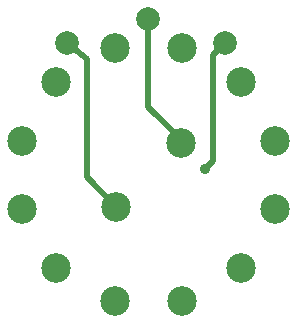
<source format=gtl>
G04 #@! TF.FileFunction,Copper,L1,Top,Signal*
%FSLAX46Y46*%
G04 Gerber Fmt 4.6, Leading zero omitted, Abs format (unit mm)*
G04 Created by KiCad (PCBNEW (2014-10-31 BZR 5247)-product) date lun. 03 nov. 2014 19:37:52 CET*
%MOMM*%
G01*
G04 APERTURE LIST*
%ADD10C,0.100000*%
%ADD11C,2.000000*%
%ADD12C,2.500000*%
%ADD13C,0.889000*%
%ADD14C,0.508000*%
G04 APERTURE END LIST*
D10*
D11*
X168402000Y-70104000D03*
X175260000Y-68072000D03*
X181737000Y-70104000D03*
D12*
X178132891Y-92001776D03*
X172387109Y-92001776D03*
X167411115Y-89128885D03*
X164538224Y-84152891D03*
X164538224Y-78407109D03*
X167411115Y-73431115D03*
X172387109Y-70558224D03*
X178132891Y-70558224D03*
X183108885Y-73431115D03*
X185981776Y-78407109D03*
X185981776Y-84152891D03*
X183108885Y-89128885D03*
X172550000Y-83980000D03*
X177972720Y-78567280D03*
D13*
X180086000Y-80772000D03*
D14*
X180086000Y-80772000D02*
X180721000Y-80137000D01*
X180721000Y-80137000D02*
X180721000Y-71120000D01*
X180721000Y-71120000D02*
X181737000Y-70104000D01*
X172550000Y-83980000D02*
X170053000Y-81483000D01*
X170053000Y-81483000D02*
X170053000Y-71437500D01*
X170053000Y-71437500D02*
X168402000Y-70104000D01*
X177972720Y-78567280D02*
X177972720Y-78277720D01*
X177972720Y-78277720D02*
X175260000Y-75565000D01*
X175260000Y-75565000D02*
X175260000Y-68072000D01*
M02*

</source>
